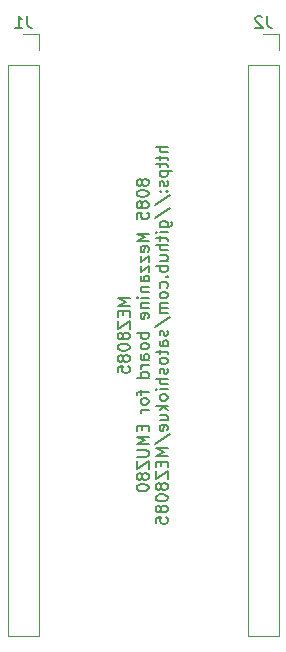
<source format=gbo>
G04 #@! TF.GenerationSoftware,KiCad,Pcbnew,(6.0.7-1)-1*
G04 #@! TF.CreationDate,2022-09-28T23:36:56+09:00*
G04 #@! TF.ProjectId,MEZ8085,4d455a38-3038-4352-9e6b-696361645f70,A*
G04 #@! TF.SameCoordinates,PX5f5e100PY8f0d180*
G04 #@! TF.FileFunction,Legend,Bot*
G04 #@! TF.FilePolarity,Positive*
%FSLAX46Y46*%
G04 Gerber Fmt 4.6, Leading zero omitted, Abs format (unit mm)*
G04 Created by KiCad (PCBNEW (6.0.7-1)-1) date 2022-09-28 23:36:56*
%MOMM*%
%LPD*%
G01*
G04 APERTURE LIST*
%ADD10C,0.150000*%
%ADD11C,0.120000*%
G04 APERTURE END LIST*
D10*
X12812380Y34911667D02*
X11812380Y34911667D01*
X12526666Y34578334D01*
X11812380Y34245000D01*
X12812380Y34245000D01*
X12288571Y33768810D02*
X12288571Y33435477D01*
X12812380Y33292620D02*
X12812380Y33768810D01*
X11812380Y33768810D01*
X11812380Y33292620D01*
X11812380Y32959286D02*
X11812380Y32292620D01*
X12812380Y32959286D01*
X12812380Y32292620D01*
X12240952Y31768810D02*
X12193333Y31864048D01*
X12145714Y31911667D01*
X12050476Y31959286D01*
X12002857Y31959286D01*
X11907619Y31911667D01*
X11860000Y31864048D01*
X11812380Y31768810D01*
X11812380Y31578334D01*
X11860000Y31483096D01*
X11907619Y31435477D01*
X12002857Y31387858D01*
X12050476Y31387858D01*
X12145714Y31435477D01*
X12193333Y31483096D01*
X12240952Y31578334D01*
X12240952Y31768810D01*
X12288571Y31864048D01*
X12336190Y31911667D01*
X12431428Y31959286D01*
X12621904Y31959286D01*
X12717142Y31911667D01*
X12764761Y31864048D01*
X12812380Y31768810D01*
X12812380Y31578334D01*
X12764761Y31483096D01*
X12717142Y31435477D01*
X12621904Y31387858D01*
X12431428Y31387858D01*
X12336190Y31435477D01*
X12288571Y31483096D01*
X12240952Y31578334D01*
X11812380Y30768810D02*
X11812380Y30673572D01*
X11860000Y30578334D01*
X11907619Y30530715D01*
X12002857Y30483096D01*
X12193333Y30435477D01*
X12431428Y30435477D01*
X12621904Y30483096D01*
X12717142Y30530715D01*
X12764761Y30578334D01*
X12812380Y30673572D01*
X12812380Y30768810D01*
X12764761Y30864048D01*
X12717142Y30911667D01*
X12621904Y30959286D01*
X12431428Y31006905D01*
X12193333Y31006905D01*
X12002857Y30959286D01*
X11907619Y30911667D01*
X11860000Y30864048D01*
X11812380Y30768810D01*
X12240952Y29864048D02*
X12193333Y29959286D01*
X12145714Y30006905D01*
X12050476Y30054524D01*
X12002857Y30054524D01*
X11907619Y30006905D01*
X11860000Y29959286D01*
X11812380Y29864048D01*
X11812380Y29673572D01*
X11860000Y29578334D01*
X11907619Y29530715D01*
X12002857Y29483096D01*
X12050476Y29483096D01*
X12145714Y29530715D01*
X12193333Y29578334D01*
X12240952Y29673572D01*
X12240952Y29864048D01*
X12288571Y29959286D01*
X12336190Y30006905D01*
X12431428Y30054524D01*
X12621904Y30054524D01*
X12717142Y30006905D01*
X12764761Y29959286D01*
X12812380Y29864048D01*
X12812380Y29673572D01*
X12764761Y29578334D01*
X12717142Y29530715D01*
X12621904Y29483096D01*
X12431428Y29483096D01*
X12336190Y29530715D01*
X12288571Y29578334D01*
X12240952Y29673572D01*
X11812380Y28578334D02*
X11812380Y29054524D01*
X12288571Y29102143D01*
X12240952Y29054524D01*
X12193333Y28959286D01*
X12193333Y28721191D01*
X12240952Y28625953D01*
X12288571Y28578334D01*
X12383809Y28530715D01*
X12621904Y28530715D01*
X12717142Y28578334D01*
X12764761Y28625953D01*
X12812380Y28721191D01*
X12812380Y28959286D01*
X12764761Y29054524D01*
X12717142Y29102143D01*
X13850952Y44768810D02*
X13803333Y44864048D01*
X13755714Y44911667D01*
X13660476Y44959286D01*
X13612857Y44959286D01*
X13517619Y44911667D01*
X13470000Y44864048D01*
X13422380Y44768810D01*
X13422380Y44578334D01*
X13470000Y44483096D01*
X13517619Y44435477D01*
X13612857Y44387858D01*
X13660476Y44387858D01*
X13755714Y44435477D01*
X13803333Y44483096D01*
X13850952Y44578334D01*
X13850952Y44768810D01*
X13898571Y44864048D01*
X13946190Y44911667D01*
X14041428Y44959286D01*
X14231904Y44959286D01*
X14327142Y44911667D01*
X14374761Y44864048D01*
X14422380Y44768810D01*
X14422380Y44578334D01*
X14374761Y44483096D01*
X14327142Y44435477D01*
X14231904Y44387858D01*
X14041428Y44387858D01*
X13946190Y44435477D01*
X13898571Y44483096D01*
X13850952Y44578334D01*
X13422380Y43768810D02*
X13422380Y43673572D01*
X13470000Y43578334D01*
X13517619Y43530715D01*
X13612857Y43483096D01*
X13803333Y43435477D01*
X14041428Y43435477D01*
X14231904Y43483096D01*
X14327142Y43530715D01*
X14374761Y43578334D01*
X14422380Y43673572D01*
X14422380Y43768810D01*
X14374761Y43864048D01*
X14327142Y43911667D01*
X14231904Y43959286D01*
X14041428Y44006905D01*
X13803333Y44006905D01*
X13612857Y43959286D01*
X13517619Y43911667D01*
X13470000Y43864048D01*
X13422380Y43768810D01*
X13850952Y42864048D02*
X13803333Y42959286D01*
X13755714Y43006905D01*
X13660476Y43054524D01*
X13612857Y43054524D01*
X13517619Y43006905D01*
X13470000Y42959286D01*
X13422380Y42864048D01*
X13422380Y42673572D01*
X13470000Y42578334D01*
X13517619Y42530715D01*
X13612857Y42483096D01*
X13660476Y42483096D01*
X13755714Y42530715D01*
X13803333Y42578334D01*
X13850952Y42673572D01*
X13850952Y42864048D01*
X13898571Y42959286D01*
X13946190Y43006905D01*
X14041428Y43054524D01*
X14231904Y43054524D01*
X14327142Y43006905D01*
X14374761Y42959286D01*
X14422380Y42864048D01*
X14422380Y42673572D01*
X14374761Y42578334D01*
X14327142Y42530715D01*
X14231904Y42483096D01*
X14041428Y42483096D01*
X13946190Y42530715D01*
X13898571Y42578334D01*
X13850952Y42673572D01*
X13422380Y41578334D02*
X13422380Y42054524D01*
X13898571Y42102143D01*
X13850952Y42054524D01*
X13803333Y41959286D01*
X13803333Y41721191D01*
X13850952Y41625953D01*
X13898571Y41578334D01*
X13993809Y41530715D01*
X14231904Y41530715D01*
X14327142Y41578334D01*
X14374761Y41625953D01*
X14422380Y41721191D01*
X14422380Y41959286D01*
X14374761Y42054524D01*
X14327142Y42102143D01*
X14422380Y40340239D02*
X13422380Y40340239D01*
X14136666Y40006905D01*
X13422380Y39673572D01*
X14422380Y39673572D01*
X14374761Y38816429D02*
X14422380Y38911667D01*
X14422380Y39102143D01*
X14374761Y39197381D01*
X14279523Y39245000D01*
X13898571Y39245000D01*
X13803333Y39197381D01*
X13755714Y39102143D01*
X13755714Y38911667D01*
X13803333Y38816429D01*
X13898571Y38768810D01*
X13993809Y38768810D01*
X14089047Y39245000D01*
X13755714Y38435477D02*
X13755714Y37911667D01*
X14422380Y38435477D01*
X14422380Y37911667D01*
X13755714Y37625953D02*
X13755714Y37102143D01*
X14422380Y37625953D01*
X14422380Y37102143D01*
X14422380Y36292620D02*
X13898571Y36292620D01*
X13803333Y36340239D01*
X13755714Y36435477D01*
X13755714Y36625953D01*
X13803333Y36721191D01*
X14374761Y36292620D02*
X14422380Y36387858D01*
X14422380Y36625953D01*
X14374761Y36721191D01*
X14279523Y36768810D01*
X14184285Y36768810D01*
X14089047Y36721191D01*
X14041428Y36625953D01*
X14041428Y36387858D01*
X13993809Y36292620D01*
X13755714Y35816429D02*
X14422380Y35816429D01*
X13850952Y35816429D02*
X13803333Y35768810D01*
X13755714Y35673572D01*
X13755714Y35530715D01*
X13803333Y35435477D01*
X13898571Y35387858D01*
X14422380Y35387858D01*
X14422380Y34911667D02*
X13755714Y34911667D01*
X13422380Y34911667D02*
X13470000Y34959286D01*
X13517619Y34911667D01*
X13470000Y34864048D01*
X13422380Y34911667D01*
X13517619Y34911667D01*
X13755714Y34435477D02*
X14422380Y34435477D01*
X13850952Y34435477D02*
X13803333Y34387858D01*
X13755714Y34292620D01*
X13755714Y34149762D01*
X13803333Y34054524D01*
X13898571Y34006905D01*
X14422380Y34006905D01*
X14374761Y33149762D02*
X14422380Y33245001D01*
X14422380Y33435477D01*
X14374761Y33530715D01*
X14279523Y33578334D01*
X13898571Y33578334D01*
X13803333Y33530715D01*
X13755714Y33435477D01*
X13755714Y33245001D01*
X13803333Y33149762D01*
X13898571Y33102143D01*
X13993809Y33102143D01*
X14089047Y33578334D01*
X14422380Y31911667D02*
X13422380Y31911667D01*
X13803333Y31911667D02*
X13755714Y31816429D01*
X13755714Y31625953D01*
X13803333Y31530715D01*
X13850952Y31483096D01*
X13946190Y31435477D01*
X14231904Y31435477D01*
X14327142Y31483096D01*
X14374761Y31530715D01*
X14422380Y31625953D01*
X14422380Y31816429D01*
X14374761Y31911667D01*
X14422380Y30864048D02*
X14374761Y30959286D01*
X14327142Y31006905D01*
X14231904Y31054524D01*
X13946190Y31054524D01*
X13850952Y31006905D01*
X13803333Y30959286D01*
X13755714Y30864048D01*
X13755714Y30721191D01*
X13803333Y30625953D01*
X13850952Y30578334D01*
X13946190Y30530715D01*
X14231904Y30530715D01*
X14327142Y30578334D01*
X14374761Y30625953D01*
X14422380Y30721191D01*
X14422380Y30864048D01*
X14422380Y29673572D02*
X13898571Y29673572D01*
X13803333Y29721191D01*
X13755714Y29816429D01*
X13755714Y30006905D01*
X13803333Y30102143D01*
X14374761Y29673572D02*
X14422380Y29768810D01*
X14422380Y30006905D01*
X14374761Y30102143D01*
X14279523Y30149762D01*
X14184285Y30149762D01*
X14089047Y30102143D01*
X14041428Y30006905D01*
X14041428Y29768810D01*
X13993809Y29673572D01*
X14422380Y29197381D02*
X13755714Y29197381D01*
X13946190Y29197381D02*
X13850952Y29149762D01*
X13803333Y29102143D01*
X13755714Y29006905D01*
X13755714Y28911667D01*
X14422380Y28149762D02*
X13422380Y28149762D01*
X14374761Y28149762D02*
X14422380Y28245001D01*
X14422380Y28435477D01*
X14374761Y28530715D01*
X14327142Y28578334D01*
X14231904Y28625953D01*
X13946190Y28625953D01*
X13850952Y28578334D01*
X13803333Y28530715D01*
X13755714Y28435477D01*
X13755714Y28245001D01*
X13803333Y28149762D01*
X13755714Y27054524D02*
X13755714Y26673572D01*
X14422380Y26911667D02*
X13565238Y26911667D01*
X13470000Y26864048D01*
X13422380Y26768810D01*
X13422380Y26673572D01*
X14422380Y26197381D02*
X14374761Y26292620D01*
X14327142Y26340239D01*
X14231904Y26387858D01*
X13946190Y26387858D01*
X13850952Y26340239D01*
X13803333Y26292620D01*
X13755714Y26197381D01*
X13755714Y26054524D01*
X13803333Y25959286D01*
X13850952Y25911667D01*
X13946190Y25864048D01*
X14231904Y25864048D01*
X14327142Y25911667D01*
X14374761Y25959286D01*
X14422380Y26054524D01*
X14422380Y26197381D01*
X14422380Y25435477D02*
X13755714Y25435477D01*
X13946190Y25435477D02*
X13850952Y25387858D01*
X13803333Y25340239D01*
X13755714Y25245001D01*
X13755714Y25149762D01*
X13898571Y24054524D02*
X13898571Y23721191D01*
X14422380Y23578334D02*
X14422380Y24054524D01*
X13422380Y24054524D01*
X13422380Y23578334D01*
X14422380Y23149762D02*
X13422380Y23149762D01*
X14136666Y22816429D01*
X13422380Y22483096D01*
X14422380Y22483096D01*
X13422380Y22006905D02*
X14231904Y22006905D01*
X14327142Y21959286D01*
X14374761Y21911667D01*
X14422380Y21816429D01*
X14422380Y21625953D01*
X14374761Y21530715D01*
X14327142Y21483096D01*
X14231904Y21435477D01*
X13422380Y21435477D01*
X13422380Y21054524D02*
X13422380Y20387858D01*
X14422380Y21054524D01*
X14422380Y20387858D01*
X13850952Y19864048D02*
X13803333Y19959286D01*
X13755714Y20006905D01*
X13660476Y20054524D01*
X13612857Y20054524D01*
X13517619Y20006905D01*
X13470000Y19959286D01*
X13422380Y19864048D01*
X13422380Y19673572D01*
X13470000Y19578334D01*
X13517619Y19530715D01*
X13612857Y19483096D01*
X13660476Y19483096D01*
X13755714Y19530715D01*
X13803333Y19578334D01*
X13850952Y19673572D01*
X13850952Y19864048D01*
X13898571Y19959286D01*
X13946190Y20006905D01*
X14041428Y20054524D01*
X14231904Y20054524D01*
X14327142Y20006905D01*
X14374761Y19959286D01*
X14422380Y19864048D01*
X14422380Y19673572D01*
X14374761Y19578334D01*
X14327142Y19530715D01*
X14231904Y19483096D01*
X14041428Y19483096D01*
X13946190Y19530715D01*
X13898571Y19578334D01*
X13850952Y19673572D01*
X13422380Y18864048D02*
X13422380Y18768810D01*
X13470000Y18673572D01*
X13517619Y18625953D01*
X13612857Y18578334D01*
X13803333Y18530715D01*
X14041428Y18530715D01*
X14231904Y18578334D01*
X14327142Y18625953D01*
X14374761Y18673572D01*
X14422380Y18768810D01*
X14422380Y18864048D01*
X14374761Y18959286D01*
X14327142Y19006905D01*
X14231904Y19054524D01*
X14041428Y19102143D01*
X13803333Y19102143D01*
X13612857Y19054524D01*
X13517619Y19006905D01*
X13470000Y18959286D01*
X13422380Y18864048D01*
X16032380Y47673572D02*
X15032380Y47673572D01*
X16032380Y47245000D02*
X15508571Y47245000D01*
X15413333Y47292620D01*
X15365714Y47387858D01*
X15365714Y47530715D01*
X15413333Y47625953D01*
X15460952Y47673572D01*
X15365714Y46911667D02*
X15365714Y46530715D01*
X15032380Y46768810D02*
X15889523Y46768810D01*
X15984761Y46721191D01*
X16032380Y46625953D01*
X16032380Y46530715D01*
X15365714Y46340239D02*
X15365714Y45959286D01*
X15032380Y46197381D02*
X15889523Y46197381D01*
X15984761Y46149762D01*
X16032380Y46054524D01*
X16032380Y45959286D01*
X15365714Y45625953D02*
X16365714Y45625953D01*
X15413333Y45625953D02*
X15365714Y45530715D01*
X15365714Y45340239D01*
X15413333Y45245000D01*
X15460952Y45197381D01*
X15556190Y45149762D01*
X15841904Y45149762D01*
X15937142Y45197381D01*
X15984761Y45245000D01*
X16032380Y45340239D01*
X16032380Y45530715D01*
X15984761Y45625953D01*
X15984761Y44768810D02*
X16032380Y44673572D01*
X16032380Y44483096D01*
X15984761Y44387858D01*
X15889523Y44340239D01*
X15841904Y44340239D01*
X15746666Y44387858D01*
X15699047Y44483096D01*
X15699047Y44625953D01*
X15651428Y44721191D01*
X15556190Y44768810D01*
X15508571Y44768810D01*
X15413333Y44721191D01*
X15365714Y44625953D01*
X15365714Y44483096D01*
X15413333Y44387858D01*
X15937142Y43911667D02*
X15984761Y43864048D01*
X16032380Y43911667D01*
X15984761Y43959286D01*
X15937142Y43911667D01*
X16032380Y43911667D01*
X15413333Y43911667D02*
X15460952Y43864048D01*
X15508571Y43911667D01*
X15460952Y43959286D01*
X15413333Y43911667D01*
X15508571Y43911667D01*
X14984761Y42721191D02*
X16270476Y43578334D01*
X14984761Y41673572D02*
X16270476Y42530715D01*
X15365714Y40911667D02*
X16175238Y40911667D01*
X16270476Y40959286D01*
X16318095Y41006905D01*
X16365714Y41102143D01*
X16365714Y41245000D01*
X16318095Y41340239D01*
X15984761Y40911667D02*
X16032380Y41006905D01*
X16032380Y41197381D01*
X15984761Y41292620D01*
X15937142Y41340239D01*
X15841904Y41387858D01*
X15556190Y41387858D01*
X15460952Y41340239D01*
X15413333Y41292620D01*
X15365714Y41197381D01*
X15365714Y41006905D01*
X15413333Y40911667D01*
X16032380Y40435477D02*
X15365714Y40435477D01*
X15032380Y40435477D02*
X15080000Y40483096D01*
X15127619Y40435477D01*
X15080000Y40387858D01*
X15032380Y40435477D01*
X15127619Y40435477D01*
X15365714Y40102143D02*
X15365714Y39721191D01*
X15032380Y39959286D02*
X15889523Y39959286D01*
X15984761Y39911667D01*
X16032380Y39816429D01*
X16032380Y39721191D01*
X16032380Y39387858D02*
X15032380Y39387858D01*
X16032380Y38959286D02*
X15508571Y38959286D01*
X15413333Y39006905D01*
X15365714Y39102143D01*
X15365714Y39245000D01*
X15413333Y39340239D01*
X15460952Y39387858D01*
X15365714Y38054524D02*
X16032380Y38054524D01*
X15365714Y38483096D02*
X15889523Y38483096D01*
X15984761Y38435477D01*
X16032380Y38340239D01*
X16032380Y38197381D01*
X15984761Y38102143D01*
X15937142Y38054524D01*
X16032380Y37578334D02*
X15032380Y37578334D01*
X15413333Y37578334D02*
X15365714Y37483096D01*
X15365714Y37292620D01*
X15413333Y37197381D01*
X15460952Y37149762D01*
X15556190Y37102143D01*
X15841904Y37102143D01*
X15937142Y37149762D01*
X15984761Y37197381D01*
X16032380Y37292620D01*
X16032380Y37483096D01*
X15984761Y37578334D01*
X15937142Y36673572D02*
X15984761Y36625953D01*
X16032380Y36673572D01*
X15984761Y36721191D01*
X15937142Y36673572D01*
X16032380Y36673572D01*
X15984761Y35768810D02*
X16032380Y35864048D01*
X16032380Y36054524D01*
X15984761Y36149762D01*
X15937142Y36197381D01*
X15841904Y36245000D01*
X15556190Y36245000D01*
X15460952Y36197381D01*
X15413333Y36149762D01*
X15365714Y36054524D01*
X15365714Y35864048D01*
X15413333Y35768810D01*
X16032380Y35197381D02*
X15984761Y35292620D01*
X15937142Y35340239D01*
X15841904Y35387858D01*
X15556190Y35387858D01*
X15460952Y35340239D01*
X15413333Y35292620D01*
X15365714Y35197381D01*
X15365714Y35054524D01*
X15413333Y34959286D01*
X15460952Y34911667D01*
X15556190Y34864048D01*
X15841904Y34864048D01*
X15937142Y34911667D01*
X15984761Y34959286D01*
X16032380Y35054524D01*
X16032380Y35197381D01*
X16032380Y34435477D02*
X15365714Y34435477D01*
X15460952Y34435477D02*
X15413333Y34387858D01*
X15365714Y34292620D01*
X15365714Y34149762D01*
X15413333Y34054524D01*
X15508571Y34006905D01*
X16032380Y34006905D01*
X15508571Y34006905D02*
X15413333Y33959286D01*
X15365714Y33864048D01*
X15365714Y33721191D01*
X15413333Y33625953D01*
X15508571Y33578334D01*
X16032380Y33578334D01*
X14984761Y32387858D02*
X16270476Y33245000D01*
X15984761Y32102143D02*
X16032380Y32006905D01*
X16032380Y31816429D01*
X15984761Y31721191D01*
X15889523Y31673572D01*
X15841904Y31673572D01*
X15746666Y31721191D01*
X15699047Y31816429D01*
X15699047Y31959286D01*
X15651428Y32054524D01*
X15556190Y32102143D01*
X15508571Y32102143D01*
X15413333Y32054524D01*
X15365714Y31959286D01*
X15365714Y31816429D01*
X15413333Y31721191D01*
X16032380Y30816429D02*
X15508571Y30816429D01*
X15413333Y30864048D01*
X15365714Y30959286D01*
X15365714Y31149762D01*
X15413333Y31245000D01*
X15984761Y30816429D02*
X16032380Y30911667D01*
X16032380Y31149762D01*
X15984761Y31245000D01*
X15889523Y31292620D01*
X15794285Y31292620D01*
X15699047Y31245000D01*
X15651428Y31149762D01*
X15651428Y30911667D01*
X15603809Y30816429D01*
X15365714Y30483096D02*
X15365714Y30102143D01*
X15032380Y30340239D02*
X15889523Y30340239D01*
X15984761Y30292620D01*
X16032380Y30197381D01*
X16032380Y30102143D01*
X16032380Y29625953D02*
X15984761Y29721191D01*
X15937142Y29768810D01*
X15841904Y29816429D01*
X15556190Y29816429D01*
X15460952Y29768810D01*
X15413333Y29721191D01*
X15365714Y29625953D01*
X15365714Y29483096D01*
X15413333Y29387858D01*
X15460952Y29340239D01*
X15556190Y29292620D01*
X15841904Y29292620D01*
X15937142Y29340239D01*
X15984761Y29387858D01*
X16032380Y29483096D01*
X16032380Y29625953D01*
X15984761Y28911667D02*
X16032380Y28816429D01*
X16032380Y28625953D01*
X15984761Y28530715D01*
X15889523Y28483096D01*
X15841904Y28483096D01*
X15746666Y28530715D01*
X15699047Y28625953D01*
X15699047Y28768810D01*
X15651428Y28864048D01*
X15556190Y28911667D01*
X15508571Y28911667D01*
X15413333Y28864048D01*
X15365714Y28768810D01*
X15365714Y28625953D01*
X15413333Y28530715D01*
X16032380Y28054524D02*
X15032380Y28054524D01*
X16032380Y27625953D02*
X15508571Y27625953D01*
X15413333Y27673572D01*
X15365714Y27768810D01*
X15365714Y27911667D01*
X15413333Y28006905D01*
X15460952Y28054524D01*
X16032380Y27149762D02*
X15365714Y27149762D01*
X15032380Y27149762D02*
X15080000Y27197381D01*
X15127619Y27149762D01*
X15080000Y27102143D01*
X15032380Y27149762D01*
X15127619Y27149762D01*
X16032380Y26530715D02*
X15984761Y26625953D01*
X15937142Y26673572D01*
X15841904Y26721191D01*
X15556190Y26721191D01*
X15460952Y26673572D01*
X15413333Y26625953D01*
X15365714Y26530715D01*
X15365714Y26387858D01*
X15413333Y26292620D01*
X15460952Y26245000D01*
X15556190Y26197381D01*
X15841904Y26197381D01*
X15937142Y26245000D01*
X15984761Y26292620D01*
X16032380Y26387858D01*
X16032380Y26530715D01*
X16032380Y25768810D02*
X15032380Y25768810D01*
X15651428Y25673572D02*
X16032380Y25387858D01*
X15365714Y25387858D02*
X15746666Y25768810D01*
X15365714Y24530715D02*
X16032380Y24530715D01*
X15365714Y24959286D02*
X15889523Y24959286D01*
X15984761Y24911667D01*
X16032380Y24816429D01*
X16032380Y24673572D01*
X15984761Y24578334D01*
X15937142Y24530715D01*
X15984761Y23673572D02*
X16032380Y23768810D01*
X16032380Y23959286D01*
X15984761Y24054524D01*
X15889523Y24102143D01*
X15508571Y24102143D01*
X15413333Y24054524D01*
X15365714Y23959286D01*
X15365714Y23768810D01*
X15413333Y23673572D01*
X15508571Y23625953D01*
X15603809Y23625953D01*
X15699047Y24102143D01*
X14984761Y22483096D02*
X16270476Y23340239D01*
X16032380Y22149762D02*
X15032380Y22149762D01*
X15746666Y21816429D01*
X15032380Y21483096D01*
X16032380Y21483096D01*
X15508571Y21006905D02*
X15508571Y20673572D01*
X16032380Y20530715D02*
X16032380Y21006905D01*
X15032380Y21006905D01*
X15032380Y20530715D01*
X15032380Y20197381D02*
X15032380Y19530715D01*
X16032380Y20197381D01*
X16032380Y19530715D01*
X15460952Y19006905D02*
X15413333Y19102143D01*
X15365714Y19149762D01*
X15270476Y19197381D01*
X15222857Y19197381D01*
X15127619Y19149762D01*
X15080000Y19102143D01*
X15032380Y19006905D01*
X15032380Y18816429D01*
X15080000Y18721191D01*
X15127619Y18673572D01*
X15222857Y18625953D01*
X15270476Y18625953D01*
X15365714Y18673572D01*
X15413333Y18721191D01*
X15460952Y18816429D01*
X15460952Y19006905D01*
X15508571Y19102143D01*
X15556190Y19149762D01*
X15651428Y19197381D01*
X15841904Y19197381D01*
X15937142Y19149762D01*
X15984761Y19102143D01*
X16032380Y19006905D01*
X16032380Y18816429D01*
X15984761Y18721191D01*
X15937142Y18673572D01*
X15841904Y18625953D01*
X15651428Y18625953D01*
X15556190Y18673572D01*
X15508571Y18721191D01*
X15460952Y18816429D01*
X15032380Y18006905D02*
X15032380Y17911667D01*
X15080000Y17816429D01*
X15127619Y17768810D01*
X15222857Y17721191D01*
X15413333Y17673572D01*
X15651428Y17673572D01*
X15841904Y17721191D01*
X15937142Y17768810D01*
X15984761Y17816429D01*
X16032380Y17911667D01*
X16032380Y18006905D01*
X15984761Y18102143D01*
X15937142Y18149762D01*
X15841904Y18197381D01*
X15651428Y18245000D01*
X15413333Y18245000D01*
X15222857Y18197381D01*
X15127619Y18149762D01*
X15080000Y18102143D01*
X15032380Y18006905D01*
X15460952Y17102143D02*
X15413333Y17197381D01*
X15365714Y17245000D01*
X15270476Y17292620D01*
X15222857Y17292620D01*
X15127619Y17245000D01*
X15080000Y17197381D01*
X15032380Y17102143D01*
X15032380Y16911667D01*
X15080000Y16816429D01*
X15127619Y16768810D01*
X15222857Y16721191D01*
X15270476Y16721191D01*
X15365714Y16768810D01*
X15413333Y16816429D01*
X15460952Y16911667D01*
X15460952Y17102143D01*
X15508571Y17197381D01*
X15556190Y17245000D01*
X15651428Y17292620D01*
X15841904Y17292620D01*
X15937142Y17245000D01*
X15984761Y17197381D01*
X16032380Y17102143D01*
X16032380Y16911667D01*
X15984761Y16816429D01*
X15937142Y16768810D01*
X15841904Y16721191D01*
X15651428Y16721191D01*
X15556190Y16768810D01*
X15508571Y16816429D01*
X15460952Y16911667D01*
X15032380Y15816429D02*
X15032380Y16292620D01*
X15508571Y16340239D01*
X15460952Y16292620D01*
X15413333Y16197381D01*
X15413333Y15959286D01*
X15460952Y15864048D01*
X15508571Y15816429D01*
X15603809Y15768810D01*
X15841904Y15768810D01*
X15937142Y15816429D01*
X15984761Y15864048D01*
X16032380Y15959286D01*
X16032380Y16197381D01*
X15984761Y16292620D01*
X15937142Y16340239D01*
X24463333Y58752620D02*
X24463333Y58038334D01*
X24510952Y57895477D01*
X24606190Y57800239D01*
X24749047Y57752620D01*
X24844285Y57752620D01*
X24034761Y58657381D02*
X23987142Y58705000D01*
X23891904Y58752620D01*
X23653809Y58752620D01*
X23558571Y58705000D01*
X23510952Y58657381D01*
X23463333Y58562143D01*
X23463333Y58466905D01*
X23510952Y58324048D01*
X24082380Y57752620D01*
X23463333Y57752620D01*
X4143333Y58752620D02*
X4143333Y58038334D01*
X4190952Y57895477D01*
X4286190Y57800239D01*
X4429047Y57752620D01*
X4524285Y57752620D01*
X3143333Y57752620D02*
X3714761Y57752620D01*
X3429047Y57752620D02*
X3429047Y58752620D01*
X3524285Y58609762D01*
X3619523Y58514524D01*
X3714761Y58466905D01*
D11*
X25460000Y55875000D02*
X25460000Y57205000D01*
X22800000Y54605000D02*
X22800000Y6285000D01*
X25460000Y57205000D02*
X24130000Y57205000D01*
X25460000Y54605000D02*
X25460000Y6285000D01*
X25460000Y6285000D02*
X22800000Y6285000D01*
X25460000Y54605000D02*
X22800000Y54605000D01*
X5140000Y54605000D02*
X2480000Y54605000D01*
X5140000Y54605000D02*
X5140000Y6285000D01*
X5140000Y6285000D02*
X2480000Y6285000D01*
X5140000Y55875000D02*
X5140000Y57205000D01*
X5140000Y57205000D02*
X3810000Y57205000D01*
X2480000Y54605000D02*
X2480000Y6285000D01*
M02*

</source>
